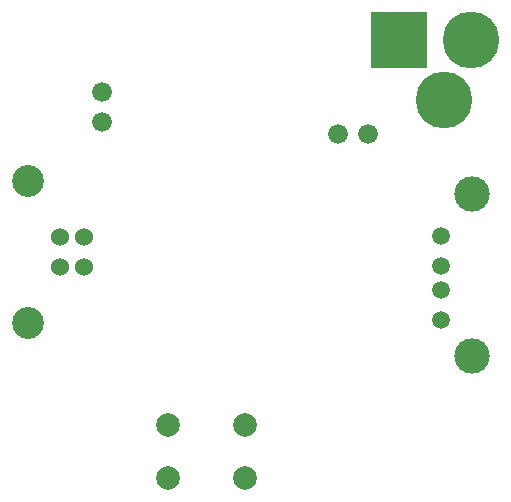
<source format=gbl>
G04 (created by PCBNEW (2012-nov-02)-testing) date Wed 06 Feb 2013 10:53:48 PM EST*
%MOIN*%
G04 Gerber Fmt 3.4, Leading zero omitted, Abs format*
%FSLAX34Y34*%
G01*
G70*
G90*
G04 APERTURE LIST*
%ADD10C,2.3622e-06*%
%ADD11C,0.066*%
%ADD12C,0.0591*%
%ADD13C,0.1181*%
%ADD14C,0.06*%
%ADD15C,0.1063*%
%ADD16C,0.189*%
%ADD17R,0.189X0.189*%
%ADD18C,0.0787*%
G04 APERTURE END LIST*
G54D10*
G54D11*
X79440Y-40760D03*
X80440Y-40760D03*
X71550Y-40350D03*
X71550Y-39350D03*
G54D12*
X82850Y-46950D03*
X82850Y-45950D03*
X82850Y-45150D03*
X82850Y-44150D03*
G54D13*
X83900Y-48150D03*
X83900Y-42750D03*
G54D14*
X70950Y-44200D03*
X70950Y-45200D03*
X70163Y-45200D03*
X70163Y-44200D03*
G54D15*
X69100Y-42338D03*
X69100Y-47062D03*
G54D16*
X83860Y-37620D03*
G54D17*
X81460Y-37620D03*
G54D16*
X82960Y-39620D03*
G54D18*
X73770Y-52236D03*
X76330Y-50464D03*
X76330Y-52236D03*
X73770Y-50464D03*
M02*

</source>
